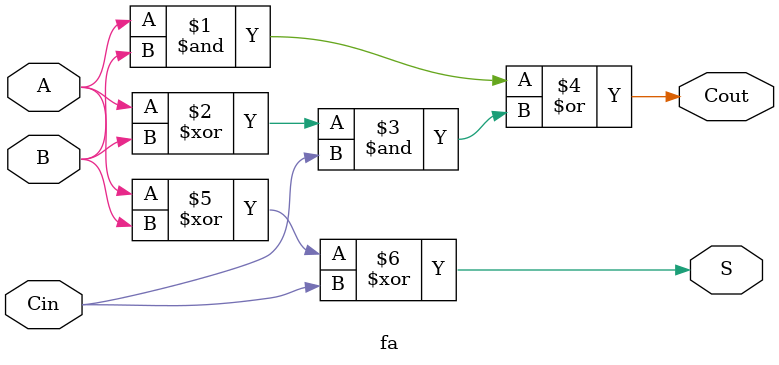
<source format=sv>
module fa
 (
input logic A, B, Cin,
output logic S, Cout
);

assign Cout = (A & B)|((A ^ B) & Cin);
assign S = A ^ B ^ Cin;

endmodule

</source>
